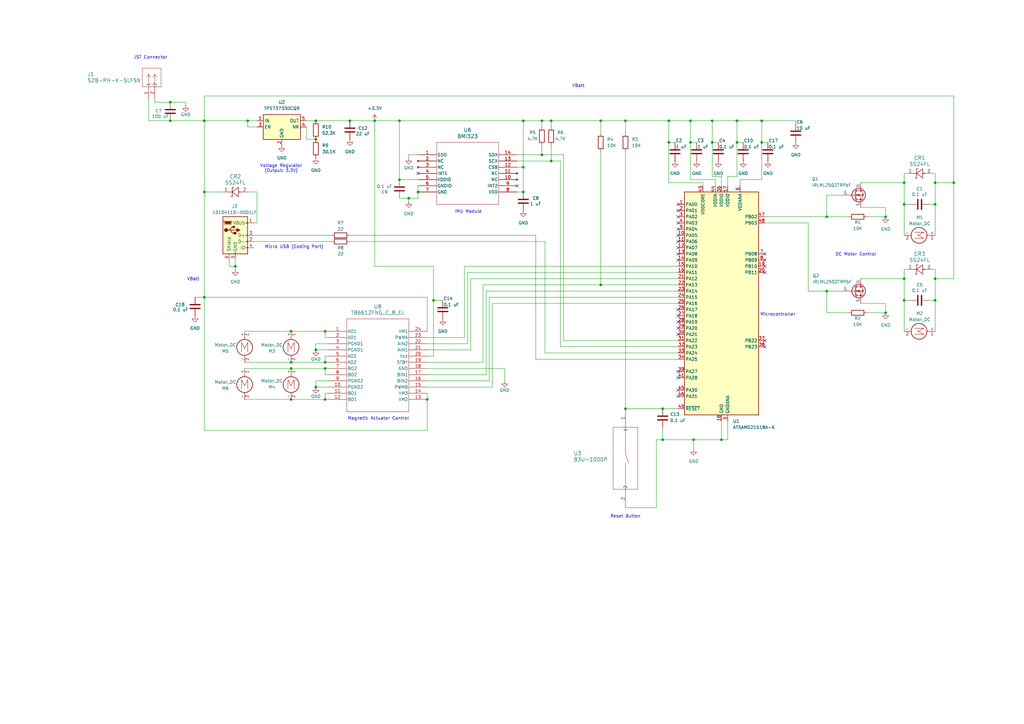
<source format=kicad_sch>
(kicad_sch (version 20250114) (generator "eeschema") (generator_version "9.0")
  (paper "A3")
  (title_block (title "ME461-MiniVTOL Schematic") (date "2026-01-29") (rev "0"))
  (text "IMU Module\n" (at 192.024 86.868 0) (effects (font (size 1.27 1.27))))
  (text "Reset Button" (at 256.54 211.836 0) (effects (font (size 1.27 1.27))))
  (text "Micro USB (Coding Port)" (at 120.65 101.346 0) (effects (font (size 1.27 1.27))))
  (text "DC Motor Control" (at 351.028 104.394 0) (effects (font (size 1.27 1.27))))
  (text "Microcontroller" (at 319.024 129.032 0) (effects (font (size 1.27 1.27))))
  (text "VBatt" (at 237.236 35.306 0) (effects (font (size 1.27 1.27))))
  (text "Magnetic Actuator Control" (at 155.194 171.704 0) (effects (font (size 1.27 1.27))))
  (text "Voltage Regulator\n(Output: 3.3V)" (at 115.316 69.088 0) (effects (font (size 1.27 1.27))))
  (text "VBatt" (at 79.248 114.554 0) (effects (font (size 1.27 1.27))))
  (text "JST Connector" (at 61.722 23.622 0) (effects (font (size 1.27 1.27))))
  (junction (at 133.35 151.13))
  (junction (at 271.78 180.34))
  (junction (at 370.84 123.19))
  (junction (at 274.32 49.53))
  (junction (at 222.25 49.53))
  (junction (at 129.54 158.75))
  (junction (at 214.63 78.74))
  (junction (at 119.38 151.13))
  (junction (at 271.78 167.64))
  (junction (at 83.82 78.74))
  (junction (at 383.54 83.82))
  (junction (at 292.1 58.42))
  (junction (at 283.21 49.53))
  (junction (at 167.64 81.28))
  (junction (at 119.38 163.83))
  (junction (at 256.54 49.53))
  (junction (at 163.83 49.53))
  (junction (at 83.82 121.92))
  (junction (at 383.54 123.19))
  (junction (at 119.38 135.89))
  (junction (at 256.54 167.64))
  (junction (at 363.22 128.27))
  (junction (at 171.45 78.74))
  (junction (at 246.38 116.84))
  (junction (at 383.54 114.3))
  (junction (at 163.83 73.66))
  (junction (at 129.54 57.15))
  (junction (at 143.51 49.53))
  (junction (at 292.1 49.53))
  (junction (at 177.8 123.19))
  (junction (at 69.85 49.53))
  (junction (at 274.32 58.42))
  (junction (at 153.67 49.53))
  (junction (at 129.54 49.53))
  (junction (at 175.26 163.83))
  (junction (at 133.35 163.83))
  (junction (at 214.63 49.53))
  (junction (at 370.84 114.3))
  (junction (at 101.6 49.53))
  (junction (at 133.35 135.89))
  (junction (at 339.09 119.38))
  (junction (at 370.84 83.82))
  (junction (at 133.35 148.59))
  (junction (at 246.38 49.53))
  (junction (at 391.16 74.93))
  (junction (at 69.85 41.91))
  (junction (at 302.26 49.53))
  (junction (at 129.54 143.51))
  (junction (at 222.25 63.5))
  (junction (at 383.54 74.93))
  (junction (at 295.91 180.34))
  (junction (at 312.42 58.42))
  (junction (at 283.21 58.42))
  (junction (at 83.82 49.53))
  (junction (at 284.48 180.34))
  (junction (at 214.63 68.58))
  (junction (at 370.84 74.93))
  (junction (at 363.22 88.9))
  (junction (at 312.42 49.53))
  (junction (at 96.52 109.22))
  (junction (at 339.09 88.9))
  (junction (at 119.38 148.59))
  (junction (at 302.26 58.42))
  (junction (at 226.06 49.53))
  (junction (at 226.06 66.04))
  (no_connect (at 278.13 137.16))
  (no_connect (at 278.13 152.4))
  (no_connect (at 278.13 162.56))
  (no_connect (at 278.13 132.08))
  (no_connect (at 278.13 91.44))
  (no_connect (at 278.13 99.06))
  (no_connect (at 278.13 93.98))
  (no_connect (at 278.13 83.82))
  (no_connect (at 278.13 88.9))
  (no_connect (at 278.13 129.54))
  (no_connect (at 278.13 106.68))
  (no_connect (at 313.69 109.22))
  (no_connect (at 313.69 106.68))
  (no_connect (at 313.69 142.24))
  (no_connect (at 278.13 104.14))
  (no_connect (at 278.13 86.36))
  (no_connect (at 278.13 154.94))
  (no_connect (at 313.69 139.7))
  (no_connect (at 171.45 71.12))
  (no_connect (at 313.69 104.14))
  (no_connect (at 313.69 111.76))
  (no_connect (at 278.13 127))
  (no_connect (at 278.13 96.52))
  (no_connect (at 278.13 160.02))
  (no_connect (at 278.13 101.6))
  (no_connect (at 278.13 134.62))
  (no_connect (at 212.09 76.2))
  (wire (pts (xy 60.96 40.64) (xy 60.96 49.53)))
  (wire (pts (xy 100.33 148.59) (xy 119.38 148.59)))
  (wire (pts (xy 339.09 80.01) (xy 345.44 80.01)))
  (wire (pts (xy 391.16 39.37) (xy 391.16 74.93)))
  (wire (pts (xy 312.42 49.53) (xy 312.42 58.42)))
  (wire (pts (xy 383.54 114.3) (xy 383.54 123.19)))
  (wire (pts (xy 339.09 80.01) (xy 339.09 88.9)))
  (wire (pts (xy 246.38 49.53) (xy 256.54 49.53)))
  (wire (pts (xy 283.21 58.42) (xy 285.75 58.42)))
  (wire (pts (xy 295.91 172.72) (xy 295.91 180.34)))
  (wire (pts (xy 83.82 78.74) (xy 91.44 78.74)))
  (wire (pts (xy 370.84 74.93) (xy 370.84 83.82)))
  (wire (pts (xy 302.26 49.53) (xy 312.42 49.53)))
  (wire (pts (xy 246.38 49.53) (xy 246.38 54.61)))
  (wire (pts (xy 134.62 161.29) (xy 133.35 161.29)))
  (wire (pts (xy 177.8 146.05) (xy 177.8 123.19)))
  (wire (pts (xy 101.6 49.53) (xy 105.41 49.53)))
  (wire (pts (xy 214.63 49.53) (xy 214.63 68.58)))
  (wire (pts (xy 292.1 72.39) (xy 292.1 58.42)))
  (wire (pts (xy 226.06 49.53) (xy 226.06 52.07)))
  (wire (pts (xy 191.77 140.97) (xy 191.77 111.76)))
  (wire (pts (xy 80.01 121.92) (xy 83.82 121.92)))
  (wire (pts (xy 298.45 172.72) (xy 298.45 180.34)))
  (wire (pts (xy 383.54 83.82) (xy 383.54 96.52)))
  (wire (pts (xy 370.84 114.3) (xy 370.84 123.19)))
  (wire (pts (xy 134.62 146.05) (xy 133.35 146.05)))
  (wire (pts (xy 105.41 78.74) (xy 101.6 78.74)))
  (wire (pts (xy 100.33 163.83) (xy 119.38 163.83)))
  (wire (pts (xy 381 123.19) (xy 383.54 123.19)))
  (wire (pts (xy 353.06 114.3) (xy 370.84 114.3)))
  (wire (pts (xy 101.6 52.07) (xy 101.6 49.53)))
  (wire (pts (xy 100.33 135.89) (xy 119.38 135.89)))
  (wire (pts (xy 370.84 71.12) (xy 370.84 74.93)))
  (wire (pts (xy 133.35 161.29) (xy 133.35 163.83)))
  (wire (pts (xy 298.45 76.2) (xy 298.45 72.39)))
  (wire (pts (xy 373.38 123.19) (xy 370.84 123.19)))
  (wire (pts (xy 83.82 121.92) (xy 175.26 121.92)))
  (wire (pts (xy 63.5 41.91) (xy 63.5 40.64)))
  (wire (pts (xy 134.62 148.59) (xy 133.35 148.59)))
  (wire (pts (xy 133.35 146.05) (xy 133.35 148.59)))
  (wire (pts (xy 190.5 138.43) (xy 190.5 109.22)))
  (wire (pts (xy 191.77 111.76) (xy 278.13 111.76)))
  (wire (pts (xy 175.26 163.83) (xy 175.26 176.53)))
  (wire (pts (xy 295.91 76.2) (xy 295.91 72.39)))
  (wire (pts (xy 231.14 139.7) (xy 278.13 139.7)))
  (wire (pts (xy 175.26 148.59) (xy 198.12 148.59)))
  (wire (pts (xy 171.45 78.74) (xy 171.45 81.28)))
  (wire (pts (xy 134.62 153.67) (xy 133.35 153.67)))
  (wire (pts (xy 256.54 49.53) (xy 256.54 54.61)))
  (wire (pts (xy 167.64 81.28) (xy 171.45 81.28)))
  (wire (pts (xy 391.16 74.93) (xy 391.16 114.3)))
  (wire (pts (xy 312.42 49.53) (xy 326.39 49.53)))
  (wire (pts (xy 200.66 121.92) (xy 278.13 121.92)))
  (wire (pts (xy 383.54 110.49) (xy 382.27 110.49)))
  (wire (pts (xy 292.1 72.39) (xy 295.91 72.39)))
  (wire (pts (xy 283.21 49.53) (xy 283.21 58.42)))
  (wire (pts (xy 125.73 49.53) (xy 129.54 49.53)))
  (wire (pts (xy 214.63 78.74) (xy 212.09 78.74)))
  (wire (pts (xy 383.54 71.12) (xy 383.54 74.93)))
  (wire (pts (xy 214.63 68.58) (xy 214.63 78.74)))
  (wire (pts (xy 284.48 184.15) (xy 284.48 180.34)))
  (wire (pts (xy 76.2 41.91) (xy 69.85 41.91)))
  (wire (pts (xy 201.93 124.46) (xy 278.13 124.46)))
  (wire (pts (xy 222.25 49.53) (xy 226.06 49.53)))
  (wire (pts (xy 339.09 128.27) (xy 347.98 128.27)))
  (wire (pts (xy 363.22 85.09) (xy 363.22 88.9)))
  (wire (pts (xy 231.14 63.5) (xy 231.14 139.7)))
  (wire (pts (xy 96.52 109.22) (xy 96.52 110.49)))
  (wire (pts (xy 278.13 144.78) (xy 223.52 144.78)))
  (wire (pts (xy 274.32 74.93) (xy 288.29 74.93)))
  (wire (pts (xy 229.87 142.24) (xy 278.13 142.24)))
  (wire (pts (xy 175.26 143.51) (xy 193.04 143.51)))
  (wire (pts (xy 177.8 123.19) (xy 181.61 123.19)))
  (wire (pts (xy 303.53 73.66) (xy 303.53 76.2)))
  (wire (pts (xy 177.8 109.22) (xy 153.67 109.22)))
  (wire (pts (xy 229.87 142.24) (xy 229.87 66.04)))
  (wire (pts (xy 199.39 119.38) (xy 278.13 119.38)))
  (wire (pts (xy 246.38 62.23) (xy 246.38 116.84)))
  (wire (pts (xy 198.12 116.84) (xy 246.38 116.84)))
  (wire (pts (xy 269.24 180.34) (xy 271.78 180.34)))
  (wire (pts (xy 292.1 58.42) (xy 294.64 58.42)))
  (wire (pts (xy 353.06 74.93) (xy 370.84 74.93)))
  (wire (pts (xy 256.54 167.64) (xy 271.78 167.64)))
  (wire (pts (xy 143.51 99.06) (xy 223.52 99.06)))
  (wire (pts (xy 129.54 156.21) (xy 129.54 158.75)))
  (wire (pts (xy 134.62 138.43) (xy 133.35 138.43)))
  (wire (pts (xy 214.63 49.53) (xy 222.25 49.53)))
  (wire (pts (xy 383.54 74.93) (xy 391.16 74.93)))
  (wire (pts (xy 219.71 147.32) (xy 278.13 147.32)))
  (wire (pts (xy 283.21 49.53) (xy 292.1 49.53)))
  (wire (pts (xy 219.71 96.52) (xy 219.71 147.32)))
  (wire (pts (xy 83.82 78.74) (xy 83.82 121.92)))
  (wire (pts (xy 190.5 109.22) (xy 278.13 109.22)))
  (wire (pts (xy 383.54 110.49) (xy 383.54 114.3)))
  (wire (pts (xy 212.09 66.04) (xy 226.06 66.04)))
  (wire (pts (xy 370.84 123.19) (xy 370.84 135.89)))
  (wire (pts (xy 339.09 119.38) (xy 345.44 119.38)))
  (wire (pts (xy 222.25 59.69) (xy 222.25 63.5)))
  (wire (pts (xy 207.01 151.13) (xy 207.01 156.21)))
  (wire (pts (xy 171.45 63.5) (xy 167.64 63.5)))
  (wire (pts (xy 133.35 163.83) (xy 119.38 163.83)))
  (wire (pts (xy 134.62 140.97) (xy 129.54 140.97)))
  (wire (pts (xy 133.35 138.43) (xy 133.35 135.89)))
  (wire (pts (xy 271.78 180.34) (xy 284.48 180.34)))
  (wire (pts (xy 274.32 49.53) (xy 283.21 49.53)))
  (wire (pts (xy 370.84 71.12) (xy 372.11 71.12)))
  (wire (pts (xy 163.83 49.53) (xy 163.83 73.66)))
  (wire (pts (xy 256.54 167.64) (xy 256.54 62.23)))
  (wire (pts (xy 177.8 123.19) (xy 177.8 109.22)))
  (wire (pts (xy 104.14 96.52) (xy 135.89 96.52)))
  (wire (pts (xy 193.04 143.51) (xy 193.04 114.3)))
  (wire (pts (xy 129.54 158.75) (xy 134.62 158.75)))
  (wire (pts (xy 129.54 140.97) (xy 129.54 143.51)))
  (wire (pts (xy 370.84 83.82) (xy 370.84 96.52)))
  (wire (pts (xy 355.6 128.27) (xy 363.22 128.27)))
  (wire (pts (xy 105.41 78.74) (xy 105.41 91.44)))
  (wire (pts (xy 163.83 81.28) (xy 167.64 81.28)))
  (wire (pts (xy 383.54 114.3) (xy 391.16 114.3)))
  (wire (pts (xy 153.67 109.22) (xy 153.67 49.53)))
  (wire (pts (xy 163.83 73.66) (xy 171.45 73.66)))
  (wire (pts (xy 269.24 208.28) (xy 269.24 180.34)))
  (wire (pts (xy 175.26 158.75) (xy 201.93 158.75)))
  (wire (pts (xy 200.66 156.21) (xy 200.66 121.92)))
  (wire (pts (xy 83.82 39.37) (xy 83.82 49.53)))
  (wire (pts (xy 96.52 109.22) (xy 96.52 106.68)))
  (wire (pts (xy 383.54 74.93) (xy 383.54 83.82)))
  (wire (pts (xy 175.26 153.67) (xy 199.39 153.67)))
  (wire (pts (xy 212.09 63.5) (xy 222.25 63.5)))
  (wire (pts (xy 175.26 138.43) (xy 190.5 138.43)))
  (wire (pts (xy 274.32 58.42) (xy 274.32 74.93)))
  (wire (pts (xy 303.53 73.66) (xy 312.42 73.66)))
  (wire (pts (xy 175.26 156.21) (xy 200.66 156.21)))
  (wire (pts (xy 313.69 88.9) (xy 339.09 88.9)))
  (wire (pts (xy 339.09 88.9) (xy 347.98 88.9)))
  (wire (pts (xy 69.85 49.53) (xy 83.82 49.53)))
  (wire (pts (xy 83.82 49.53) (xy 101.6 49.53)))
  (wire (pts (xy 246.38 116.84) (xy 278.13 116.84)))
  (wire (pts (xy 129.54 49.53) (xy 143.51 49.53)))
  (wire (pts (xy 370.84 110.49) (xy 372.11 110.49)))
  (wire (pts (xy 363.22 85.09) (xy 353.06 85.09)))
  (wire (pts (xy 143.51 96.52) (xy 219.71 96.52)))
  (wire (pts (xy 76.2 43.18) (xy 76.2 41.91)))
  (wire (pts (xy 288.29 74.93) (xy 288.29 76.2)))
  (wire (pts (xy 274.32 49.53) (xy 274.32 58.42)))
  (wire (pts (xy 198.12 148.59) (xy 198.12 116.84)))
  (wire (pts (xy 283.21 58.42) (xy 283.21 73.66)))
  (wire (pts (xy 331.47 91.44) (xy 313.69 91.44)))
  (wire (pts (xy 383.54 123.19) (xy 383.54 135.89)))
  (wire (pts (xy 153.67 49.53) (xy 163.83 49.53)))
  (wire (pts (xy 355.6 88.9) (xy 363.22 88.9)))
  (wire (pts (xy 339.09 119.38) (xy 339.09 128.27)))
  (wire (pts (xy 133.35 135.89) (xy 134.62 135.89)))
  (wire (pts (xy 302.26 49.53) (xy 302.26 58.42)))
  (wire (pts (xy 133.35 151.13) (xy 134.62 151.13)))
  (wire (pts (xy 331.47 119.38) (xy 339.09 119.38)))
  (wire (pts (xy 69.85 41.91) (xy 63.5 41.91)))
  (wire (pts (xy 293.37 76.2) (xy 293.37 73.66)))
  (wire (pts (xy 69.85 49.53) (xy 60.96 49.53)))
  (wire (pts (xy 373.38 83.82) (xy 370.84 83.82)))
  (wire (pts (xy 134.62 163.83) (xy 133.35 163.83)))
  (wire (pts (xy 370.84 110.49) (xy 370.84 114.3)))
  (wire (pts (xy 175.26 161.29) (xy 175.26 163.83)))
  (wire (pts (xy 83.82 121.92) (xy 83.82 176.53)))
  (wire (pts (xy 171.45 76.2) (xy 171.45 78.74)))
  (wire (pts (xy 175.26 146.05) (xy 177.8 146.05)))
  (wire (pts (xy 363.22 124.46) (xy 363.22 128.27)))
  (wire (pts (xy 175.26 140.97) (xy 191.77 140.97)))
  (wire (pts (xy 163.83 49.53) (xy 214.63 49.53)))
  (wire (pts (xy 125.73 52.07) (xy 125.73 57.15)))
  (wire (pts (xy 222.25 63.5) (xy 231.14 63.5)))
  (wire (pts (xy 129.54 143.51) (xy 134.62 143.51)))
  (wire (pts (xy 331.47 91.44) (xy 331.47 119.38)))
  (wire (pts (xy 125.73 57.15) (xy 129.54 57.15)))
  (wire (pts (xy 167.64 81.28) (xy 167.64 82.55)))
  (wire (pts (xy 93.98 109.22) (xy 96.52 109.22)))
  (wire (pts (xy 83.82 39.37) (xy 391.16 39.37)))
  (wire (pts (xy 167.64 63.5) (xy 167.64 64.77)))
  (wire (pts (xy 312.42 58.42) (xy 312.42 73.66)))
  (wire (pts (xy 283.21 73.66) (xy 293.37 73.66)))
  (wire (pts (xy 133.35 153.67) (xy 133.35 151.13)))
  (wire (pts (xy 133.35 148.59) (xy 119.38 148.59)))
  (wire (pts (xy 100.33 151.13) (xy 119.38 151.13)))
  (wire (pts (xy 271.78 167.64) (xy 278.13 167.64)))
  (wire (pts (xy 226.06 59.69) (xy 226.06 66.04)))
  (wire (pts (xy 302.26 58.42) (xy 304.8 58.42)))
  (wire (pts (xy 104.14 99.06) (xy 135.89 99.06)))
  (wire (pts (xy 175.26 121.92) (xy 175.26 135.89)))
  (wire (pts (xy 143.51 49.53) (xy 153.67 49.53)))
  (wire (pts (xy 284.48 180.34) (xy 295.91 180.34)))
  (wire (pts (xy 105.41 52.07) (xy 101.6 52.07)))
  (wire (pts (xy 201.93 158.75) (xy 201.93 124.46)))
  (wire (pts (xy 193.04 114.3) (xy 278.13 114.3)))
  (wire (pts (xy 292.1 49.53) (xy 302.26 49.53)))
  (wire (pts (xy 383.54 71.12) (xy 382.27 71.12)))
  (wire (pts (xy 105.41 91.44) (xy 104.14 91.44)))
  (wire (pts (xy 222.25 52.07) (xy 222.25 49.53)))
  (wire (pts (xy 381 83.82) (xy 383.54 83.82)))
  (wire (pts (xy 175.26 176.53) (xy 83.82 176.53)))
  (wire (pts (xy 226.06 49.53) (xy 246.38 49.53)))
  (wire (pts (xy 295.91 180.34) (xy 298.45 180.34)))
  (wire (pts (xy 363.22 124.46) (xy 353.06 124.46)))
  (wire (pts (xy 256.54 49.53) (xy 274.32 49.53)))
  (wire (pts (xy 226.06 66.04) (xy 229.87 66.04)))
  (wire (pts (xy 298.45 72.39) (xy 302.26 72.39)))
  (wire (pts (xy 175.26 151.13) (xy 207.01 151.13)))
  (wire (pts (xy 119.38 135.89) (xy 133.35 135.89)))
  (wire (pts (xy 256.54 208.28) (xy 269.24 208.28)))
  (wire (pts (xy 83.82 49.53) (xy 83.82 78.74)))
  (wire (pts (xy 274.32 58.42) (xy 276.86 58.42)))
  (wire (pts (xy 119.38 151.13) (xy 133.35 151.13)))
  (wire (pts (xy 292.1 49.53) (xy 292.1 58.42)))
  (wire (pts (xy 134.62 156.21) (xy 129.54 156.21)))
  (wire (pts (xy 326.39 49.53) (xy 326.39 50.8)))
  (wire (pts (xy 312.42 58.42) (xy 314.96 58.42)))
  (wire (pts (xy 212.09 68.58) (xy 214.63 68.58)))
  (wire (pts (xy 199.39 153.67) (xy 199.39 119.38)))
  (wire (pts (xy 271.78 175.26) (xy 271.78 180.34)))
  (wire (pts (xy 302.26 58.42) (xy 302.26 72.39)))
  (wire (pts (xy 223.52 144.78) (xy 223.52 99.06)))
  (wire (pts (xy 93.98 106.68) (xy 93.98 109.22)))
  (symbol (lib_id "B3U-1000P:B3U-1000P") (at 256.54 167.64 270) (unit 1)
    (property "Reference" "U3" (at 235.204 185.928 90) (effects (font (size 1.524 1.524)) (justify left)))
    (property "Value" "B3U-1000P" (at 235.204 188.468 90) (effects (font (size 1.524 1.524)) (justify left)))
    (property "Footprint" "Button_Switch_SMD:SW_SPST_B3U-1000P" (effects (hide yes)))
    (property "Datasheet" "https://omronfs.omron.com/en_US/ecb/products/pdf/en-b3u.pdf" (effects (hide yes)))
    (property "DigiKey" "https://www.digikey.com/en/products/detail/omron-electronics-inc-emc-div/B3U-1000P/1534338" (effects (hide yes)))
    (property "Unit Price" "0.90" (effects (hide yes)))
  )
  (symbol (lib_id "Regulator_Linear:TPS73018DBV") (at 115.57 52.07 0) (unit 1)
    (property "Reference" "U2" (at 115.57 41.91 0))
    (property "Value" "TPS73733DCQR" (at 115.57 44.45 0))
    (property "Footprint" "Package_TO_SOT_SMD:SOT-23-5" (effects (hide yes)))
    (property "Datasheet" "https://www.ti.com/lit/ds/symlink/tps737.pdf?HQS=dis-dk-null-digikeymode-dsf-pf-null-wwe&ts=1771896635102&ref_url=https%253A%252F%252Fwww.ti.com%252Fgeneral%252Fdocs%252Fsuppproductinfo.tsp%253FdistId%253D10%2526gotoUrl%253Dhttps%253A%252F%252Fwww.ti.com%252Flit%252Fgpn%252Ftps737" (effects (hide yes)))
    (property "Description" "Low Noise, High PSRR, 200mA Low Drop 1.8V Regulator, SOT-23-5" (effects (hide yes)))
    (property "DigiKey" "https://www.digikey.com/en/products/detail/texas-instruments/TPS73733DCQR/1698963" (effects (hide yes)))
    (property "Unit Price" "1.67" (effects (hide yes)))
  )
  (symbol (lib_id "Device:C") (at 326.39 54.61 0) (unit 1)
    (property "Reference" "C6" (at 326.644 50.038 0) (effects (justify left)))
    (property "Value" "10 uF" (at 326.644 52.578 0) (effects (justify left)))
    (property "Footprint" "Capacitor_SMD:C_0603_1608Metric_Pad1.08x0.95mm_HandSolder" (effects (hide yes)))
    (property "Datasheet" "https://yageogroup.com/content/datasheet/asset/file/KEM_C1006_X5R_SMD" (effects (hide yes)))
    (property "Description" "Unpolarized capacitor" (effects (hide yes)))
    (property "DigiKey" "https://www.digikey.com/en/products/detail/kemet/C0603C106M9PACTU/1950664" (effects (hide yes)))
    (property "Unit Price" "0.28" (effects (hide yes)))
  )
  (symbol (lib_id "power:GND") (at 314.96 66.04 0) (unit 1)
    (property "Reference" "#PWR021" (effects (hide yes)))
    (property "Value" "GND" (at 314.96 71.12 0))
    (property "Description" "Power symbol creates a global label with name \"GND\" , ground" (effects (hide yes)))
  )
  (symbol (lib_id "Device:R") (at 256.54 58.42 0) (unit 1)
    (property "Reference" "R3" (at 259.08 57.1499 0) (effects (justify left)))
    (property "Value" "10K" (at 259.08 59.6899 0) (effects (justify left)))
    (property "Footprint" "Resistor_SMD:R_0603_1608Metric_Pad0.98x0.95mm_HandSolder" (effects (hide yes)))
    (property "Datasheet" "https://yageogroup.com/content/datasheet/asset/file/PYU-RC_GROUP_51_ROHS_L" (effects (hide yes)))
    (property "Description" "Resistor" (effects (hide yes)))
    (property "DigiKey" "https://www.digikey.com/en/products/detail/yageo/RC0603FR-0710KL/726880" (effects (hide yes)))
    (property "Unit Price" "0.10" (effects (hide yes)))
  )
  (symbol (lib_id "power:+3.3V") (at 153.67 49.53 0) (unit 1)
    (property "Reference" "#PWR013" (effects (hide yes)))
    (property "Value" "+3.3V" (at 153.67 44.45 0))
    (property "Description" "Power symbol creates a global label with name \"+3.3V\"" (effects (hide yes)))
  )
  (symbol (lib_id "Motor:Motor_DC") (at 119.38 156.21 0) (unit 1)
    (property "Reference" "M4" (at 111.506 158.75 0))
    (property "Value" "Motor_DC" (at 111.506 156.21 0))
    (property "Footprint" "Connector_Wire:SolderWire-0.25sqmm_1x02_P4.2mm_D0.65mm_OD1.7mm" (effects (hide yes)))
    (property "Datasheet" "https://www.amazon.com/Electromagnetic-actuator-Magnetic-Ornithopter-Airplanes/dp/B075KKWM8G" (effects (hide yes)))
    (property "Description" "DC Motor" (effects (hide yes)))
    (property "Unit Price" "6" (effects (hide yes)))
  )
  (symbol (lib_id "power:GND") (at 181.61 130.81 0) (unit 1)
    (property "Reference" "#PWR022" (effects (hide yes)))
    (property "Value" "GND" (at 181.61 135.89 0))
    (property "Description" "Power symbol creates a global label with name \"GND\" , ground" (effects (hide yes)))
  )
  (symbol (lib_id "MCU_Microchip_SAMD:ATSAMD21G18A-A") (at 295.91 124.46 0) (unit 1)
    (property "Reference" "U1" (at 300.5933 172.72 0) (effects (justify left)))
    (property "Value" "ATSAMD21G18A-A" (at 300.5933 175.26 0) (effects (justify left)))
    (property "Footprint" "Package_QFP:TQFP-48_7x7mm_P0.5mm" (effects (hide yes)))
    (property "Datasheet" "https://ww1.microchip.com/downloads/aemDocuments/documents/MCU32/ProductDocuments/DataSheets/SAM-D21-DA1-Family-Data-Sheet-DS40001882.pdf" (effects (hide yes)))
    (property "Description" "SAM D21 Microchip SMART ARM-based Flash MCU, 48Mhz, 256K Flash, 32K SRAM, TQFP-48" (effects (hide yes)))
    (property "DigiKey" "https://www.digikey.com/en/products/detail/microchip-technology/ATSAMD21G18A-AUT/4878867" (effects (hide yes)))
    (property "Unit Price" "4.25" (effects (hide yes)))
  )
  (symbol (lib_id "power:GND") (at 214.63 86.36 0) (unit 1)
    (property "Reference" "#PWR09" (effects (hide yes)))
    (property "Value" "GND" (at 214.63 91.44 0))
    (property "Description" "Power symbol creates a global label with name \"GND\" , ground" (effects (hide yes)))
  )
  (symbol (lib_id "Connector:USB_B_Micro") (at 96.52 96.52 0) (unit 1)
    (property "Reference" "J2" (at 96.266 84.582 0))
    (property "Value" "10104110-0001LF" (at 96.266 87.122 0))
    (property "Footprint" "Connector_USB:USB_Micro-B_Amphenol_10104110_Horizontal" (effects (hide yes)))
    (property "Datasheet" "https://cdn.amphenol-cs.com/media/wysiwyg/files/documentation/datasheet/inputoutput/io_usb_micro.pdf" (effects (hide yes)))
    (property "Description" "USB Micro Type B connector" (effects (hide yes)))
    (property "DigiKey" "https://www.digikey.com/en/products/detail/amphenol-cs-fci/10104110-0001LF/2350353?s=N4IgTCBcDaIIwAZEBY6ILQK3AMgMRAF0BfIA" (effects (hide yes)))
    (property "Unit Price" "0.81" (effects (hide yes)))
  )
  (symbol (lib_id "Device:R") (at 226.06 55.88 180) (unit 1)
    (property "Reference" "R6" (at 229.87 54.356 0))
    (property "Value" "4.7K" (at 229.87 56.896 0))
    (property "Footprint" "Resistor_SMD:R_0603_1608Metric_Pad0.98x0.95mm_HandSolder" (effects (hide yes)))
    (property "Datasheet" "https://yageogroup.com/content/datasheet/asset/file/PYU-RC_GROUP_51_ROHS_L" (effects (hide yes)))
    (property "Description" "Resistor" (effects (hide yes)))
    (property "DigiKey" "https://www.digikey.com/en/products/detail/yageo/RC0603FR-074K7L/727212" (effects (hide yes)))
    (property "Unit Price" "0.10" (effects (hide yes)))
  )
  (symbol (lib_id "power:GND") (at 276.86 66.04 0) (unit 1)
    (property "Reference" "#PWR010" (effects (hide yes)))
    (property "Value" "GND" (at 276.86 71.12 0))
    (property "Description" "Power symbol creates a global label with name \"GND\" , ground" (effects (hide yes)))
  )
  (symbol (lib_id "Device:C") (at 294.64 62.23 0) (unit 1)
    (property "Reference" "C4" (at 294.894 57.658 0) (effects (justify left)))
    (property "Value" "0.1 uF" (at 294.894 60.198 0) (effects (justify left)))
    (property "Footprint" "Capacitor_SMD:C_0603_1608Metric_Pad1.08x0.95mm_HandSolder" (effects (hide yes)))
    (property "Datasheet" "https://yageogroup.com/content/datasheet/asset/file/KEM_C1002_X7R_SMD" (effects (hide yes)))
    (property "Description" "Unpolarized capacitor" (effects (hide yes)))
    (property "DigiKey" "https://www.digikey.com/en/products/detail/kemet/C0603C104K5RACTU/1465594" (effects (hide yes)))
    (property "Unit Price" "0.08" (effects (hide yes)))
  )
  (symbol (lib_id "Device:R") (at 351.79 88.9 90) (unit 1)
    (property "Reference" "R1" (at 351.79 91.186 90))
    (property "Value" "10K" (at 351.79 93.726 90))
    (property "Footprint" "Resistor_SMD:R_0603_1608Metric_Pad0.98x0.95mm_HandSolder" (effects (hide yes)))
    (property "Datasheet" "https://yageogroup.com/content/datasheet/asset/file/PYU-RC_GROUP_51_ROHS_L" (effects (hide yes)))
    (property "Description" "Resistor" (effects (hide yes)))
    (property "DigiKey" "https://www.digikey.com/en/products/detail/yageo/RC0603FR-0710KL/726880" (effects (hide yes)))
    (property "Unit Price" "0.10" (effects (hide yes)))
  )
  (symbol (lib_id "Device:C") (at 271.78 171.45 0) (unit 1)
    (property "Reference" "C13" (at 274.828 169.926 0) (effects (justify left)))
    (property "Value" "0.1 uF" (at 274.828 172.466 0) (effects (justify left)))
    (property "Footprint" "Capacitor_SMD:C_0603_1608Metric_Pad1.08x0.95mm_HandSolder" (effects (hide yes)))
    (property "Datasheet" "https://yageogroup.com/content/datasheet/asset/file/KEM_C1002_X7R_SMD" (effects (hide yes)))
    (property "Description" "Unpolarized capacitor" (effects (hide yes)))
    (property "DigiKey" "https://www.digikey.com/en/products/detail/kemet/C0603C104K5RACTU/1465594" (effects (hide yes)))
    (property "Unit Price" "0.08" (effects (hide yes)))
  )
  (symbol (lib_id "Device:R") (at 129.54 53.34 0) (unit 1)
    (property "Reference" "R10" (at 132.08 52.0699 0) (effects (justify left)))
    (property "Value" "52.3K" (at 132.08 54.6099 0) (effects (justify left)))
    (property "Footprint" "Resistor_SMD:R_0603_1608Metric_Pad0.98x0.95mm_HandSolder" (effects (hide yes)))
    (property "Datasheet" "https://yageogroup.com/content/datasheet/asset/file/PYU-RC_GROUP_51_ROHS_L" (effects (hide yes)))
    (property "Description" "Resistor" (effects (hide yes)))
    (property "DigiKey" "https://www.digikey.com/en/products/detail/yageo/RC0603FR-0752K3L/727290" (effects (hide yes)))
    (property "Unit Price" "0.10" (effects (hide yes)))
  )
  (symbol (lib_id "Device:R") (at 222.25 55.88 0) (unit 1)
    (property "Reference" "R5" (at 218.44 54.356 0))
    (property "Value" "4.7K" (at 218.44 56.896 0))
    (property "Footprint" "Resistor_SMD:R_0603_1608Metric_Pad0.98x0.95mm_HandSolder" (effects (hide yes)))
    (property "Datasheet" "https://yageogroup.com/content/datasheet/asset/file/PYU-RC_GROUP_51_ROHS_L" (effects (hide yes)))
    (property "Description" "Resistor" (effects (hide yes)))
    (property "DigiKey" "https://www.digikey.com/en/products/detail/yageo/RC0603FR-074K7L/727212" (effects (hide yes)))
    (property "Unit Price" "0.10" (effects (hide yes)))
  )
  (symbol (lib_id "power:GND") (at 167.64 64.77 0) (unit 1)
    (property "Reference" "#PWR019" (effects (hide yes)))
    (property "Value" "GND" (at 167.64 68.834 0))
    (property "Description" "Power symbol creates a global label with name \"GND\" , ground" (effects (hide yes)))
  )
  (symbol (lib_id "Device:C") (at 377.19 123.19 90) (unit 1)
    (property "Reference" "C5" (at 377.19 116.84 90))
    (property "Value" "0.1 uF" (at 377.19 119.126 90))
    (property "Footprint" "Capacitor_SMD:C_0603_1608Metric_Pad1.08x0.95mm_HandSolder" (effects (hide yes)))
    (property "Datasheet" "https://yageogroup.com/content/datasheet/asset/file/KEM_C1002_X7R_SMD" (effects (hide yes)))
    (property "Description" "Unpolarized capacitor" (effects (hide yes)))
    (property "DigiKey" "https://www.digikey.com/en/products/detail/kemet/C0603C104K5RACTU/1465594" (effects (hide yes)))
    (property "Unit Price" "0.08" (effects (hide yes)))
  )
  (symbol (lib_id "PMEG2010AEB (DIODE):PMEG2010AEB") (at 382.27 110.49 180) (unit 1)
    (property "Reference" "CR3" (at 377.19 104.14 0) (effects (font (size 1.524 1.524))))
    (property "Value" "SS24FL" (at 377.19 106.68 0) (effects (font (size 1.524 1.524))))
    (property "Footprint" "Diode_SMD:D_SOD-123F" (effects (hide yes)))
    (property "Datasheet" "https://www.onsemi.com/pdf/datasheet/ss26fl-d.pdf" (effects (hide yes)))
    (property "DigiKey" "https://www.digikey.com/en/products/detail/onsemi/SS24FL/5305066" (effects (hide yes)))
    (property "Unit Price" "0.27" (effects (hide yes)))
  )
  (symbol (lib_id "Device:C") (at 163.83 77.47 180) (unit 1)
    (property "Reference" "C9" (at 157.734 78.74 0))
    (property "Value" "0.1 uF" (at 157.734 76.454 0))
    (property "Footprint" "Capacitor_SMD:C_0603_1608Metric_Pad1.08x0.95mm_HandSolder" (effects (hide yes)))
    (property "Datasheet" "https://yageogroup.com/content/datasheet/asset/file/KEM_C1002_X7R_SMD" (effects (hide yes)))
    (property "Description" "Unpolarized capacitor" (effects (hide yes)))
    (property "DigiKey" "https://www.digikey.com/en/products/detail/kemet/C0603C104K5RACTU/1465594" (effects (hide yes)))
    (property "Unit Price" "0.08" (effects (hide yes)))
  )
  (symbol (lib_id "power:GND") (at 96.52 110.49 0) (unit 1)
    (property "Reference" "#PWR07" (effects (hide yes)))
    (property "Value" "GND" (at 96.52 115.57 0))
    (property "Description" "Power symbol creates a global label with name \"GND\" , ground" (effects (hide yes)))
  )
  (symbol (lib_id "Device:R") (at 246.38 58.42 0) (unit 1)
    (property "Reference" "R4" (at 248.92 57.1499 0) (effects (justify left)))
    (property "Value" "10K" (at 248.92 59.6899 0) (effects (justify left)))
    (property "Footprint" "Resistor_SMD:R_0603_1608Metric_Pad0.98x0.95mm_HandSolder" (effects (hide yes)))
    (property "Datasheet" "https://yageogroup.com/content/datasheet/asset/file/PYU-RC_GROUP_51_ROHS_L" (effects (hide yes)))
    (property "Description" "Resistor" (effects (hide yes)))
    (property "DigiKey" "https://www.digikey.com/en/products/detail/yageo/RC0603FR-0710KL/726880" (effects (hide yes)))
    (property "Unit Price" "0.10" (effects (hide yes)))
  )
  (symbol (lib_id "PMEG2010AEB (DIODE):PMEG2010AEB") (at 382.27 71.12 180) (unit 1)
    (property "Reference" "CR1" (at 377.19 64.77 0) (effects (font (size 1.524 1.524))))
    (property "Value" "SS24FL" (at 377.19 67.31 0) (effects (font (size 1.524 1.524))))
    (property "Footprint" "Diode_SMD:D_SOD-123F" (effects (hide yes)))
    (property "Datasheet" "https://www.onsemi.com/pdf/datasheet/ss26fl-d.pdf" (effects (hide yes)))
    (property "DigiKey" "https://www.digikey.com/en/products/detail/onsemi/SS24FL/5305066" (effects (hide yes)))
    (property "Unit Price" "0.27" (effects (hide yes)))
  )
  (symbol (lib_id "Motor:Motor_DC") (at 378.46 96.52 270) (unit 1)
    (property "Reference" "M1" (at 377.19 89.154 90))
    (property "Value" "Motor_DC" (at 377.19 91.694 90))
    (property "Footprint" "Connector_Wire:SolderWire-0.25sqmm_1x02_P4.2mm_D0.65mm_OD1.7mm" (effects (hide yes)))
    (property "Datasheet" "https://www.amazon.com/dp/B01480X6IK?psc=1&smid=A1THAZDOWP300U&ref_=chk_typ_imgToDp" (effects (hide yes)))
    (property "Description" "DC Motor" (effects (hide yes)))
    (property "Unit Price" "6.88" (effects (hide yes)))
  )
  (symbol (lib_id "power:GND") (at 304.8 66.04 0) (unit 1)
    (property "Reference" "#PWR020" (effects (hide yes)))
    (property "Value" "GND" (at 304.8 71.12 0))
    (property "Description" "Power symbol creates a global label with name \"GND\" , ground" (effects (hide yes)))
  )
  (symbol (lib_id "power:GND") (at 80.01 129.54 0) (unit 1)
    (property "Reference" "#PWR025" (effects (hide yes)))
    (property "Value" "GND" (at 80.01 134.62 0))
    (property "Description" "Power symbol creates a global label with name \"GND\" , ground" (effects (hide yes)))
  )
  (symbol (lib_id "power:GND") (at 363.22 128.27 0) (unit 1)
    (property "Reference" "#PWR06" (effects (hide yes)))
    (property "Value" "GND" (at 363.22 133.35 0))
    (property "Description" "Power symbol creates a global label with name \"GND\" , ground" (effects (hide yes)))
  )
  (symbol (lib_id "S2B-PH-K-S (JST):S2B-PH-K-SLFSN") (at 60.96 40.64 90) (unit 1)
    (property "Reference" "J1" (at 35.814 30.48 90) (effects (font (size 1.524 1.524)) (justify right)))
    (property "Value" "S2B-PH-K-SLFSN" (at 35.814 33.02 90) (effects (font (size 1.524 1.524)) (justify right)))
    (property "Footprint" "Connector_JST:JST_PH_S2B-PH-K_1x02_P2.00mm_Horizontal" (effects (hide yes)))
    (property "Datasheet" "https://www.jst-mfg.com/product/pdf/eng/ePH.pdf" (effects (hide yes)))
    (property "DigiKey" "https://www.digikey.com/en/products/detail/jst-sales-america-inc/S2B-PH-K-S/926626" (effects (hide yes)))
    (property "Unit Price" "0.11" (effects (hide yes)))
  )
  (symbol (lib_id "power:GND") (at 326.39 58.42 0) (unit 1)
    (property "Reference" "#PWR08" (effects (hide yes)))
    (property "Value" "GND" (at 326.39 63.5 0))
    (property "Description" "Power symbol creates a global label with name \"GND\" , ground" (effects (hide yes)))
  )
  (symbol (lib_id "Motor:Motor_DC") (at 378.46 135.89 270) (unit 1)
    (property "Reference" "M2" (at 377.19 128.524 90))
    (property "Value" "Motor_DC" (at 377.19 131.064 90))
    (property "Footprint" "Connector_Wire:SolderWire-0.25sqmm_1x02_P4.2mm_D0.65mm_OD1.7mm" (effects (hide yes)))
    (property "Datasheet" "https://www.amazon.com/dp/B01480X6IK?psc=1&smid=A1THAZDOWP300U&ref_=chk_typ_imgToDp" (effects (hide yes)))
    (property "Description" "DC Motor" (effects (hide yes)))
    (property "Unit Price" "6.88" (effects (hide yes)))
  )
  (symbol (lib_id "Device:R") (at 129.54 60.96 0) (unit 1)
    (property "Reference" "R9" (at 132.08 59.6899 0) (effects (justify left)))
    (property "Value" "30.1K" (at 132.08 62.2299 0) (effects (justify left)))
    (property "Footprint" "Resistor_SMD:R_0603_1608Metric_Pad0.98x0.95mm_HandSolder" (effects (hide yes)))
    (property "Datasheet" "https://yageogroup.com/content/datasheet/asset/file/PYU-RC_GROUP_51_ROHS_L" (effects (hide yes)))
    (property "Description" "Resistor" (effects (hide yes)))
    (property "DigiKey" "https://www.digikey.com/en/products/detail/yageo/RC0603FR-0730K1L/727142" (effects (hide yes)))
    (property "Unit Price" "0.10" (effects (hide yes)))
  )
  (symbol (lib_id "Device:R") (at 139.7 99.06 90) (unit 1)
    (property "Reference" "R8" (at 139.7 101.6 90))
    (property "Value" "22" (at 139.7 104.14 90))
    (property "Footprint" "Resistor_SMD:R_0603_1608Metric_Pad0.98x0.95mm_HandSolder" (effects (hide yes)))
    (property "Datasheet" "https://yageogroup.com/content/datasheet/asset/file/PYU-RC_GROUP_51_ROHS_L" (effects (hide yes)))
    (property "Description" "Resistor" (effects (hide yes)))
    (property "DigiKey" "https://www.digikey.com/en/products/detail/yageo/RC0603FR-0722RL/727055" (effects (hide yes)))
    (property "Unit Price" "0.10" (effects (hide yes)))
  )
  (symbol (lib_id "Device:C") (at 377.19 83.82 90) (unit 1)
    (property "Reference" "C1" (at 377.19 77.47 90))
    (property "Value" "0.1 uF" (at 377.19 79.756 90))
    (property "Footprint" "Capacitor_SMD:C_0603_1608Metric_Pad1.08x0.95mm_HandSolder" (effects (hide yes)))
    (property "Datasheet" "https://yageogroup.com/content/datasheet/asset/file/KEM_C1002_X7R_SMD" (effects (hide yes)))
    (property "Description" "Unpolarized capacitor" (effects (hide yes)))
    (property "DigiKey" "https://www.digikey.com/en/products/detail/kemet/C0603C104K5RACTU/1465594" (effects (hide yes)))
    (property "Unit Price" "0.08" (effects (hide yes)))
  )
  (symbol (lib_id "power:GND") (at 129.54 158.75 0) (unit 1)
    (property "Reference" "#PWR014" (effects (hide yes)))
    (property "Value" "GND" (at 129.54 162.56 0))
    (property "Description" "Power symbol creates a global label with name \"GND\" , ground" (effects (hide yes)))
  )
  (symbol (lib_id "Motor:Motor_DC") (at 100.33 156.21 0) (unit 1)
    (property "Reference" "M6" (at 92.456 159.258 0))
    (property "Value" "Motor_DC" (at 92.456 156.718 0))
    (property "Footprint" "Connector_Wire:SolderWire-0.25sqmm_1x02_P4.2mm_D0.65mm_OD1.7mm" (effects (hide yes)))
    (property "Datasheet" "https://www.amazon.com/Electromagnetic-actuator-Magnetic-Ornithopter-Airplanes/dp/B075KKWM8G" (effects (hide yes)))
    (property "Description" "DC Motor" (effects (hide yes)))
    (property "Unit Price" "6" (effects (hide yes)))
  )
  (symbol (lib_id "Device:C") (at 276.86 62.23 0) (unit 1)
    (property "Reference" "C2" (at 277.114 57.658 0) (effects (justify left)))
    (property "Value" "1 uF" (at 277.114 60.198 0) (effects (justify left)))
    (property "Footprint" "Capacitor_SMD:C_0603_1608Metric_Pad1.08x0.95mm_HandSolder" (effects (hide yes)))
    (property "Datasheet" "https://yageogroup.com/content/datasheet/asset/file/KEM_C1002_X7R_SMD" (effects (hide yes)))
    (property "Description" "Unpolarized capacitor" (effects (hide yes)))
    (property "DigiKey" "https://www.digikey.com/en/products/detail/kemet/C0603C105K4RACTU/2199788" (effects (hide yes)))
    (property "Unit Price" "0.08" (effects (hide yes)))
  )
  (symbol (lib_id "Motor:Motor_DC") (at 119.38 140.97 0) (unit 1)
    (property "Reference" "M3" (at 111.506 144.018 0))
    (property "Value" "Motor_DC" (at 111.506 141.478 0))
    (property "Footprint" "Connector_Wire:SolderWire-0.25sqmm_1x02_P4.2mm_D0.65mm_OD1.7mm" (effects (hide yes)))
    (property "Datasheet" "https://www.amazon.com/Electromagnetic-actuator-Magnetic-Ornithopter-Airplanes/dp/B075KKWM8G" (effects (hide yes)))
    (property "Description" "DC Motor" (effects (hide yes)))
    (property "Unit Price" "6" (effects (hide yes)))
  )
  (symbol (lib_id "BMI323 (IMU):BMI323") (at 171.45 63.5 0) (unit 1)
    (property "Reference" "U6" (at 191.77 53.34 0) (effects (font (size 1.524 1.524))))
    (property "Value" "BMI323" (at 191.77 55.88 0) (effects (font (size 1.524 1.524))))
    (property "Footprint" "Package_LGA:Bosch_LGA-14_3x2.5mm_P0.5mm" (effects (hide yes)))
    (property "Datasheet" "https://www.bosch-sensortec.com/media/boschsensortec/downloads/datasheets/bst-bmi323-ds000.pdf" (effects (hide yes)))
    (property "DigiKey" "https://www.digikey.com/en/products/detail/bosch-sensortec/BMI323/16719593" (effects (hide yes)))
    (property "Unit Price" "3.27" (effects (hide yes)))
  )
  (symbol (lib_id "power:GND") (at 76.2 43.18 0) (unit 1)
    (property "Reference" "#PWR01" (effects (hide yes)))
    (property "Value" "GND" (at 74.168 46.99 0) (effects (justify left)))
    (property "Description" "Power symbol creates a global label with name \"GND\" , ground" (effects (hide yes)))
  )
  (symbol (lib_id "power:GND") (at 129.54 64.77 0) (unit 1)
    (property "Reference" "#PWR023" (effects (hide yes)))
    (property "Value" "GND" (at 129.54 69.85 0))
    (property "Description" "Power symbol creates a global label with name \"GND\" , ground" (effects (hide yes)))
  )
  (symbol (lib_id "Simulation_SPICE:NMOS") (at 350.52 80.01 0) (unit 1)
    (property "Reference" "Q1" (at 332.994 73.406 0) (effects (justify left)))
    (property "Value" "IRLML2502TRPbF" (at 332.994 75.946 0) (effects (justify left)))
    (property "Footprint" "Package_TO_SOT_SMD:SOT-23W_Handsoldering" (effects (hide yes)))
    (property "Datasheet" "https://www.infineon.com/assets/row/public/documents/24/49/infineon-irlml2502-datasheet-en.pdf" (effects (hide yes)))
    (property "Description" "N-MOSFET transistor, drain/source/gate" (effects (hide yes)))
    (property "Sim.Device" "NMOS" (effects (hide yes)))
    (property "Sim.Type" "VDMOS" (effects (hide yes)))
    (property "Sim.Pins" "1=D 2=G 3=S" (effects (hide yes)))
    (property "Unit Price" "0.14" (effects (hide yes)))
  )
  (symbol (lib_id "Device:C") (at 80.01 125.73 0) (unit 1)
    (property "Reference" "C18" (at 71.882 124.968 0) (effects (justify left)))
    (property "Value" "0.1 uF" (at 70.866 127 0) (effects (justify left)))
    (property "Footprint" "Capacitor_SMD:C_0603_1608Metric_Pad1.08x0.95mm_HandSolder" (effects (hide yes)))
    (property "Datasheet" "https://yageogroup.com/content/datasheet/asset/file/KEM_C1002_X7R_SMD" (effects (hide yes)))
    (property "Description" "Unpolarized capacitor" (effects (hide yes)))
    (property "DigiKey" "https://www.digikey.com/en/products/detail/kemet/C0603C104K5RACTU/1465594" (effects (hide yes)))
    (property "Unit Price" "0.08" (effects (hide yes)))
  )
  (symbol (lib_id "Device:C") (at 285.75 62.23 0) (unit 1)
    (property "Reference" "C3" (at 286.004 57.658 0) (effects (justify left)))
    (property "Value" "1 uF" (at 286.004 60.198 0) (effects (justify left)))
    (property "Footprint" "Capacitor_SMD:C_0603_1608Metric_Pad1.08x0.95mm_HandSolder" (effects (hide yes)))
    (property "Datasheet" "https://yageogroup.com/content/datasheet/asset/file/KEM_C1002_X7R_SMD" (effects (hide yes)))
    (property "Description" "Unpolarized capacitor" (effects (hide yes)))
    (property "DigiKey" "https://www.digikey.com/en/products/detail/kemet/C0603C105K4RACTU/2199788" (effects (hide yes)))
    (property "Unit Price" "0.08" (effects (hide yes)))
  )
  (symbol (lib_id "Device:R") (at 351.79 128.27 90) (unit 1)
    (property "Reference" "R2" (at 351.79 130.556 90))
    (property "Value" "10K" (at 351.79 133.096 90))
    (property "Footprint" "Resistor_SMD:R_0603_1608Metric_Pad0.98x0.95mm_HandSolder" (effects (hide yes)))
    (property "Datasheet" "https://yageogroup.com/content/datasheet/asset/file/PYU-RC_GROUP_51_ROHS_L" (effects (hide yes)))
    (property "Description" "Resistor" (effects (hide yes)))
    (property "DigiKey" "https://www.digikey.com/en/products/detail/yageo/RC0603FR-0710KL/726880" (effects (hide yes)))
    (property "Unit Price" "0.10" (effects (hide yes)))
  )
  (symbol (lib_id "Motor:Motor_DC") (at 100.33 140.97 0) (unit 1)
    (property "Reference" "M5" (at 92.456 144.018 0))
    (property "Value" "Motor_DC" (at 92.456 141.478 0))
    (property "Footprint" "Connector_Wire:SolderWire-0.25sqmm_1x02_P4.2mm_D0.65mm_OD1.7mm" (effects (hide yes)))
    (property "Datasheet" "https://www.amazon.com/Electromagnetic-actuator-Magnetic-Ornithopter-Airplanes/dp/B075KKWM8G" (effects (hide yes)))
    (property "Description" "DC Motor" (effects (hide yes)))
    (property "Unit Price" "6" (effects (hide yes)))
  )
  (symbol (lib_id "PMEG2010AEB (DIODE):PMEG2010AEB") (at 101.6 78.74 180) (unit 1)
    (property "Reference" "CR2" (at 96.52 72.39 0) (effects (font (size 1.524 1.524))))
    (property "Value" "SS24FL" (at 96.52 74.93 0) (effects (font (size 1.524 1.524))))
    (property "Footprint" "Diode_SMD:D_SOD-123F" (effects (hide yes)))
    (property "Datasheet" "https://www.onsemi.com/pdf/datasheet/ss26fl-d.pdf" (effects (hide yes)))
    (property "DigiKey" "https://www.digikey.com/en/products/detail/onsemi/SS24FL/5305066" (effects (hide yes)))
    (property "Unit Price" "0.27" (effects (hide yes)))
  )
  (symbol (lib_id "Device:C") (at 143.51 53.34 180) (unit 1)
    (property "Reference" "C12" (at 148.844 52.578 0))
    (property "Value" "22 uF" (at 148.844 54.864 0))
    (property "Footprint" "Capacitor_SMD:C_0603_1608Metric_Pad1.08x0.95mm_HandSolder" (effects (hide yes)))
    (property "Datasheet" "https://search.murata.co.jp/Ceramy/image/img/A01X/G101/ENG/GRM188R61A226ME15-01.pdf" (effects (hide yes)))
    (property "Description" "Unpolarized capacitor" (effects (hide yes)))
    (property "DigiKey" "https://www.digikey.com/en/products/detail/murata-electronics/GRM188R61A226ME15D/5027561" (effects (hide yes)))
    (property "Unit Price" "0.13" (effects (hide yes)))
  )
  (symbol (lib_id "Simulation_SPICE:NMOS") (at 350.52 119.38 0) (unit 1)
    (property "Reference" "Q2" (at 333.248 113.03 0) (effects (justify left)))
    (property "Value" "IRLML2502TRPbF" (at 333.248 115.57 0) (effects (justify left)))
    (property "Footprint" "Package_TO_SOT_SMD:SOT-23W_Handsoldering" (effects (hide yes)))
    (property "Datasheet" "https://www.infineon.com/assets/row/public/documents/24/49/infineon-irlml2502-datasheet-en.pdf" (effects (hide yes)))
    (property "Description" "N-MOSFET transistor, drain/source/gate" (effects (hide yes)))
    (property "Sim.Device" "NMOS" (effects (hide yes)))
    (property "Sim.Type" "VDMOS" (effects (hide yes)))
    (property "Sim.Pins" "1=D 2=G 3=S" (effects (hide yes)))
    (property "Unit Price" "0.14" (effects (hide yes)))
  )
  (symbol (lib_id "Device:C") (at 314.96 62.23 0) (unit 1)
    (property "Reference" "C17" (at 315.214 57.658 0) (effects (justify left)))
    (property "Value" "0.1 uF" (at 315.214 60.198 0) (effects (justify left)))
    (property "Footprint" "Capacitor_SMD:C_0603_1608Metric_Pad1.08x0.95mm_HandSolder" (effects (hide yes)))
    (property "Datasheet" "https://yageogroup.com/content/datasheet/asset/file/KEM_C1002_X7R_SMD" (effects (hide yes)))
    (property "Description" "Unpolarized capacitor" (effects (hide yes)))
    (property "DigiKey" "https://www.digikey.com/en/products/detail/kemet/C0603C104K5RACTU/1465594" (effects (hide yes)))
    (property "Unit Price" "0.08" (effects (hide yes)))
  )
  (symbol (lib_id "Device:R") (at 139.7 96.52 90) (unit 1)
    (property "Reference" "R7" (at 139.7 91.44 90))
    (property "Value" "22" (at 139.7 93.98 90))
    (property "Footprint" "Resistor_SMD:R_0603_1608Metric_Pad0.98x0.95mm_HandSolder" (effects (hide yes)))
    (property "Datasheet" "https://yageogroup.com/content/datasheet/asset/file/PYU-RC_GROUP_51_ROHS_L" (effects (hide yes)))
    (property "Description" "Resistor" (effects (hide yes)))
    (property "DigiKey" "https://www.digikey.com/en/products/detail/yageo/RC0603FR-0722RL/727055" (effects (hide yes)))
    (property "Unit Price" "0.10" (effects (hide yes)))
  )
  (symbol (lib_id "power:GND") (at 363.22 88.9 0) (unit 1)
    (property "Reference" "#PWR05" (effects (hide yes)))
    (property "Value" "GND" (at 363.22 93.98 0))
    (property "Description" "Power symbol creates a global label with name \"GND\" , ground" (effects (hide yes)))
  )
  (symbol (lib_id "TB6612FNG,C,8,EL (MOTOR DRIVER):TB6612FNG_C_8_EL") (at 134.62 135.89 0) (unit 1)
    (property "Reference" "U8" (at 154.94 125.73 0) (effects (font (size 1.524 1.524))))
    (property "Value" "TB6612FNG_C_8_EL" (at 154.94 128.27 0) (effects (font (size 1.524 1.524))))
    (property "Footprint" "Package_SO:SSOP-24_5.3x8.2mm_P0.65mm" (effects (hide yes)))
    (property "Datasheet" "https://toshiba.semicon-storage.com/info/TB6612FNG_datasheet_en_20141001.pdf?did=10660&prodName=TB6612FNG" (effects (hide yes)))
    (property "DigiKey" "https://www.digikey.com/en/products/detail/toshiba-semiconductor-and-storage/TB6612FNG-C-8-EL/1730070?s=N4IgTCBcDaICoCEBsSCMYBiA5A4gfQGE8AOPAUQBkQBdAXyA" (effects (hide yes)))
    (property "Unit Price" "1.82" (effects (hide yes)))
  )
  (symbol (lib_id "power:GND") (at 285.75 66.04 0) (unit 1)
    (property "Reference" "#PWR015" (effects (hide yes)))
    (property "Value" "GND" (at 285.75 71.12 0))
    (property "Description" "Power symbol creates a global label with name \"GND\" , ground" (effects (hide yes)))
  )
  (symbol (lib_id "Device:C") (at 214.63 82.55 0) (unit 1)
    (property "Reference" "C8" (at 219.71 81.28 0))
    (property "Value" "1 uF" (at 219.71 83.566 0))
    (property "Footprint" "Capacitor_SMD:C_0603_1608Metric_Pad1.08x0.95mm_HandSolder" (effects (hide yes)))
    (property "Datasheet" "https://yageogroup.com/content/datasheet/asset/file/KEM_C1002_X7R_SMD" (effects (hide yes)))
    (property "Description" "Unpolarized capacitor" (effects (hide yes)))
    (property "DigiKey" "https://www.digikey.com/en/products/detail/kemet/C0603C105K4RACTU/2199788" (effects (hide yes)))
    (property "Unit Price" "0.08" (effects (hide yes)))
  )
  (symbol (lib_id "Device:C") (at 181.61 127 0) (unit 1)
    (property "Reference" "C14" (at 181.864 122.428 0) (effects (justify left)))
    (property "Value" "0.1 uF" (at 181.864 124.968 0) (effects (justify left)))
    (property "Footprint" "Capacitor_SMD:C_0603_1608Metric_Pad1.08x0.95mm_HandSolder" (effects (hide yes)))
    (property "Datasheet" "https://yageogroup.com/content/datasheet/asset/file/KEM_C1002_X7R_SMD" (effects (hide yes)))
    (property "Description" "Unpolarized capacitor" (effects (hide yes)))
    (property "DigiKey" "https://www.digikey.com/en/products/detail/kemet/C0603C104K5RACTU/1465594" (effects (hide yes)))
    (property "Unit Price" "0.08" (effects (hide yes)))
  )
  (symbol (lib_id "power:GND") (at 207.01 156.21 0) (unit 1)
    (property "Reference" "#PWR016" (effects (hide yes)))
    (property "Value" "GND" (at 209.042 160.02 0) (effects (justify right)))
    (property "Description" "Power symbol creates a global label with name \"GND\" , ground" (effects (hide yes)))
  )
  (symbol (lib_id "Device:C") (at 69.85 45.72 180) (unit 1)
    (property "Reference" "C7" (at 65.024 45.466 0))
    (property "Value" "100 uF" (at 65.786 47.752 0))
    (property "Footprint" "Capacitor_SMD:C_0805_2012Metric_Pad1.18x1.45mm_HandSolder" (effects (hide yes)))
    (property "Datasheet" "https://search.murata.co.jp/Ceramy/image/img/A01X/G101/ENG/GRM21BR60G107ME11-01.pdf" (effects (hide yes)))
    (property "Description" "Unpolarized capacitor" (effects (hide yes)))
    (property "DigiKey" "https://www.digikey.com/en/products/detail/murata-electronics/GRM21BR60G107ME11L/6155750" (effects (hide yes)))
    (property "Unit Price" "0.53" (effects (hide yes)))
  )
  (symbol (lib_id "power:GND") (at 129.54 143.51 0) (unit 1)
    (property "Reference" "#PWR017" (effects (hide yes)))
    (property "Value" "GND" (at 129.54 147.32 0))
    (property "Description" "Power symbol creates a global label with name \"GND\" , ground" (effects (hide yes)))
  )
  (symbol (lib_id "power:GND") (at 143.51 57.15 0) (unit 1)
    (property "Reference" "#PWR012" (effects (hide yes)))
    (property "Value" "GND" (at 143.51 62.23 0))
    (property "Description" "Power symbol creates a global label with name \"GND\" , ground" (effects (hide yes)))
  )
  (symbol (lib_id "power:GND") (at 284.48 184.15 0) (unit 1)
    (property "Reference" "#PWR04" (effects (hide yes)))
    (property "Value" "GND" (at 284.48 189.23 0))
    (property "Description" "Power symbol creates a global label with name \"GND\" , ground" (effects (hide yes)))
  )
  (symbol (lib_id "power:GND") (at 294.64 66.04 0) (unit 1)
    (property "Reference" "#PWR018" (effects (hide yes)))
    (property "Value" "GND" (at 294.64 71.12 0))
    (property "Description" "Power symbol creates a global label with name \"GND\" , ground" (effects (hide yes)))
  )
  (symbol (lib_id "power:GND") (at 115.57 59.69 0) (unit 1)
    (property "Reference" "#PWR02" (effects (hide yes)))
    (property "Value" "GND" (at 115.57 64.77 0))
    (property "Description" "Power symbol creates a global label with name \"GND\" , ground" (effects (hide yes)))
  )
  (symbol (lib_id "power:GND") (at 167.64 82.55 0) (unit 1)
    (property "Reference" "#PWR03" (effects (hide yes)))
    (property "Value" "GND" (at 167.64 87.63 0))
    (property "Description" "Power symbol creates a global label with name \"GND\" , ground" (effects (hide yes)))
  )
  (symbol (lib_id "Device:C") (at 304.8 62.23 0) (unit 1)
    (property "Reference" "C10" (at 305.054 57.658 0) (effects (justify left)))
    (property "Value" "0.1 uF" (at 305.054 60.198 0) (effects (justify left)))
    (property "Footprint" "Capacitor_SMD:C_0603_1608Metric_Pad1.08x0.95mm_HandSolder" (effects (hide yes)))
    (property "Datasheet" "https://yageogroup.com/content/datasheet/asset/file/KEM_C1002_X7R_SMD" (effects (hide yes)))
    (property "Description" "Unpolarized capacitor" (effects (hide yes)))
    (property "DigiKey" "https://www.digikey.com/en/products/detail/kemet/C0603C104K5RACTU/1465594" (effects (hide yes)))
    (property "Unit Price" "0.08" (effects (hide yes)))
  )
)
</source>
